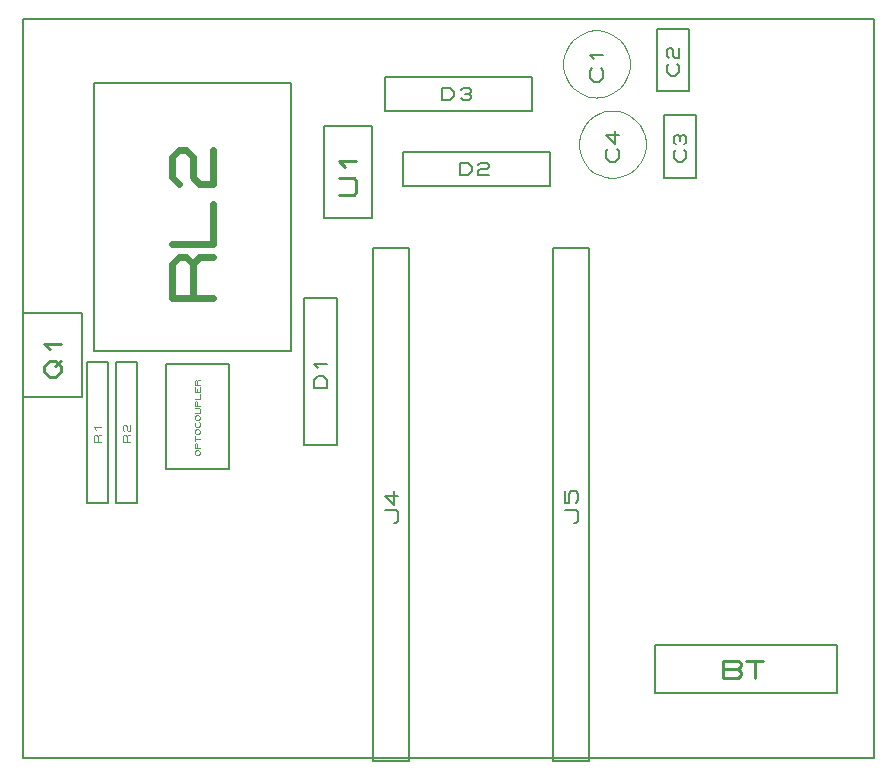
<source format=gbr>
G04 PROTEUS GERBER X2 FILE*
%TF.GenerationSoftware,Labcenter,Proteus,8.6-SP2-Build23525*%
%TF.CreationDate,2020-11-09T16:46:44+00:00*%
%TF.FileFunction,AssemblyDrawing,Top*%
%TF.FilePolarity,Positive*%
%TF.Part,Single*%
%FSLAX45Y45*%
%MOMM*%
G01*
%TA.AperFunction,Material*%
%ADD28C,0.152400*%
%ADD41C,0.192020*%
%ADD29C,0.203200*%
%ADD42C,0.240790*%
%TA.AperFunction,Profile*%
%ADD24C,0.203200*%
%TA.AperFunction,Material*%
%ADD43C,0.567580*%
%ADD44C,0.074080*%
%ADD45C,0.235370*%
%ADD46C,0.172210*%
%ADD47C,0.164590*%
%ADD48C,0.050800*%
%ADD49C,0.191010*%
%ADD50C,0.106680*%
%TD.AperFunction*%
D28*
X+2025400Y+2310700D02*
X+1720600Y+2310700D01*
X+1720600Y-2032700D01*
X+2025400Y-2032700D01*
X+2025400Y+2310700D01*
X+1720600Y+2310700D01*
X+1720600Y-2032700D01*
X+2025400Y-2032700D01*
X+2025400Y+2310700D01*
D41*
X+1892203Y-14619D02*
X+1911405Y-14619D01*
X+1930608Y+4583D01*
X+1930608Y+81392D01*
X+1911405Y+100595D01*
X+1815393Y+100595D01*
X+1892203Y+254214D02*
X+1892203Y+139000D01*
X+1815393Y+215809D01*
X+1930608Y+215809D01*
D28*
X+3244600Y-2032700D02*
X+3549400Y-2032700D01*
X+3549400Y+2310700D01*
X+3244600Y+2310700D01*
X+3244600Y-2032700D01*
X+3549400Y-2032700D01*
X+3549400Y+2310700D01*
X+3244600Y+2310700D01*
X+3244600Y-2032700D01*
D41*
X+3416203Y-14619D02*
X+3435405Y-14619D01*
X+3454608Y+4583D01*
X+3454608Y+81392D01*
X+3435405Y+100595D01*
X+3339393Y+100595D01*
X+3339393Y+254214D02*
X+3339393Y+158202D01*
X+3377798Y+158202D01*
X+3377798Y+235011D01*
X+3397000Y+254214D01*
X+3435405Y+254214D01*
X+3454608Y+235011D01*
X+3454608Y+177404D01*
X+3435405Y+158202D01*
D29*
X+4104840Y-1450660D02*
X+5649160Y-1450660D01*
X+5649160Y-1049340D01*
X+4104840Y-1049340D01*
X+4104840Y-1450660D01*
D42*
X+4684367Y-1322238D02*
X+4684367Y-1177763D01*
X+4804762Y-1177763D01*
X+4828841Y-1201842D01*
X+4828841Y-1225921D01*
X+4804762Y-1250000D01*
X+4828841Y-1274080D01*
X+4828841Y-1298159D01*
X+4804762Y-1322238D01*
X+4684367Y-1322238D01*
X+4684367Y-1250000D02*
X+4804762Y-1250000D01*
X+4877000Y-1177763D02*
X+5021474Y-1177763D01*
X+4949237Y-1177763D02*
X+4949237Y-1322238D01*
D24*
X-1250000Y-2000000D02*
X+5960000Y-2000000D01*
X+5960000Y+4250000D01*
X-1250000Y+4250000D01*
X-1250000Y-2000000D01*
D29*
X-641160Y+1439840D02*
X+1019160Y+1439840D01*
X+1019160Y+3710160D01*
X-641160Y+3710160D01*
X-641160Y+1439840D01*
D43*
X+359274Y+1893904D02*
X+18726Y+1893904D01*
X+18726Y+2177694D01*
X+75484Y+2234452D01*
X+132242Y+2234452D01*
X+189000Y+2177694D01*
X+189000Y+1893904D01*
X+189000Y+2177694D02*
X+245758Y+2234452D01*
X+359274Y+2234452D01*
X+18726Y+2347968D02*
X+359274Y+2347968D01*
X+359274Y+2688516D01*
X+75484Y+2858790D02*
X+18726Y+2915548D01*
X+18726Y+3085822D01*
X+75484Y+3142580D01*
X+132242Y+3142580D01*
X+189000Y+3085822D01*
X+189000Y+2915548D01*
X+245758Y+2858790D01*
X+359274Y+2858790D01*
X+359274Y+3142580D01*
D29*
X-34160Y+440500D02*
X+494160Y+440500D01*
X+494160Y+1329500D01*
X-34160Y+1329500D01*
X-34160Y+440500D01*
D44*
X+222592Y+559037D02*
X+207775Y+573853D01*
X+207775Y+588670D01*
X+222592Y+603486D01*
X+237408Y+603486D01*
X+252225Y+588670D01*
X+252225Y+573853D01*
X+237408Y+559037D01*
X+222592Y+559037D01*
X+252225Y+618303D02*
X+207775Y+618303D01*
X+207775Y+655344D01*
X+215183Y+662752D01*
X+222592Y+662752D01*
X+230000Y+655344D01*
X+230000Y+618303D01*
X+207775Y+677569D02*
X+207775Y+722018D01*
X+207775Y+699793D02*
X+252225Y+699793D01*
X+222592Y+736835D02*
X+207775Y+751651D01*
X+207775Y+766468D01*
X+222592Y+781284D01*
X+237408Y+781284D01*
X+252225Y+766468D01*
X+252225Y+751651D01*
X+237408Y+736835D01*
X+222592Y+736835D01*
X+244817Y+840550D02*
X+252225Y+833142D01*
X+252225Y+810917D01*
X+237408Y+796101D01*
X+222592Y+796101D01*
X+207775Y+810917D01*
X+207775Y+833142D01*
X+215183Y+840550D01*
X+222592Y+855367D02*
X+207775Y+870183D01*
X+207775Y+885000D01*
X+222592Y+899816D01*
X+237408Y+899816D01*
X+252225Y+885000D01*
X+252225Y+870183D01*
X+237408Y+855367D01*
X+222592Y+855367D01*
X+207775Y+914633D02*
X+244817Y+914633D01*
X+252225Y+922041D01*
X+252225Y+951674D01*
X+244817Y+959082D01*
X+207775Y+959082D01*
X+252225Y+973899D02*
X+207775Y+973899D01*
X+207775Y+1010940D01*
X+215183Y+1018348D01*
X+222592Y+1018348D01*
X+230000Y+1010940D01*
X+230000Y+973899D01*
X+207775Y+1033165D02*
X+252225Y+1033165D01*
X+252225Y+1077614D01*
X+252225Y+1136880D02*
X+252225Y+1092431D01*
X+207775Y+1092431D01*
X+207775Y+1136880D01*
X+230000Y+1092431D02*
X+230000Y+1122064D01*
X+252225Y+1151697D02*
X+207775Y+1151697D01*
X+207775Y+1188738D01*
X+215183Y+1196146D01*
X+222592Y+1196146D01*
X+230000Y+1188738D01*
X+230000Y+1151697D01*
X+230000Y+1188738D02*
X+237408Y+1196146D01*
X+252225Y+1196146D01*
D29*
X+1303840Y+2564840D02*
X+1705160Y+2564840D01*
X+1705160Y+3347160D01*
X+1303840Y+3347160D01*
X+1303840Y+2564840D01*
D42*
X+1432263Y+2763367D02*
X+1552659Y+2763367D01*
X+1576738Y+2787446D01*
X+1576738Y+2883762D01*
X+1552659Y+2907841D01*
X+1432263Y+2907841D01*
X+1480421Y+3004158D02*
X+1432263Y+3052316D01*
X+1576738Y+3052316D01*
D29*
X-1247260Y+1055940D02*
X-744340Y+1055940D01*
X-744340Y+1762060D01*
X-1247260Y+1762060D01*
X-1247260Y+1055940D01*
D45*
X-1019337Y+1220702D02*
X-1066412Y+1267776D01*
X-1066412Y+1314851D01*
X-1019337Y+1361925D01*
X-972263Y+1361925D01*
X-925188Y+1314851D01*
X-925188Y+1267776D01*
X-972263Y+1220702D01*
X-1019337Y+1220702D01*
X-972263Y+1314851D02*
X-925188Y+1361925D01*
X-1019337Y+1456074D02*
X-1066412Y+1503149D01*
X-925188Y+1503149D01*
D29*
X+1129220Y+643700D02*
X+1416240Y+643700D01*
X+1416240Y+1888300D01*
X+1129220Y+1888300D01*
X+1129220Y+643700D01*
D46*
X+1324394Y+1128231D02*
X+1221067Y+1128231D01*
X+1221067Y+1197115D01*
X+1255509Y+1231557D01*
X+1289952Y+1231557D01*
X+1324394Y+1197115D01*
X+1324394Y+1128231D01*
X+1255509Y+1300442D02*
X+1221067Y+1334884D01*
X+1324394Y+1334884D01*
D29*
X+1969700Y+2842760D02*
X+3214300Y+2842760D01*
X+3214300Y+3129780D01*
X+1969700Y+3129780D01*
X+1969700Y+2842760D01*
D46*
X+2454231Y+2934606D02*
X+2454231Y+3037933D01*
X+2523115Y+3037933D01*
X+2557557Y+3003491D01*
X+2557557Y+2969048D01*
X+2523115Y+2934606D01*
X+2454231Y+2934606D01*
X+2609221Y+3020712D02*
X+2626442Y+3037933D01*
X+2678105Y+3037933D01*
X+2695326Y+3020712D01*
X+2695326Y+3003491D01*
X+2678105Y+2986270D01*
X+2626442Y+2986270D01*
X+2609221Y+2969048D01*
X+2609221Y+2934606D01*
X+2695326Y+2934606D01*
D29*
X+1818700Y+3478220D02*
X+3063300Y+3478220D01*
X+3063300Y+3765240D01*
X+1818700Y+3765240D01*
X+1818700Y+3478220D01*
D46*
X+2303231Y+3570066D02*
X+2303231Y+3673393D01*
X+2372115Y+3673393D01*
X+2406557Y+3638951D01*
X+2406557Y+3604508D01*
X+2372115Y+3570066D01*
X+2303231Y+3570066D01*
X+2458221Y+3656172D02*
X+2475442Y+3673393D01*
X+2527105Y+3673393D01*
X+2544326Y+3656172D01*
X+2544326Y+3638951D01*
X+2527105Y+3621730D01*
X+2544326Y+3604508D01*
X+2544326Y+3587287D01*
X+2527105Y+3570066D01*
X+2475442Y+3570066D01*
X+2458221Y+3587287D01*
X+2492663Y+3621730D02*
X+2527105Y+3621730D01*
D29*
X+4120840Y+3641840D02*
X+4395160Y+3641840D01*
X+4395160Y+4170160D01*
X+4120840Y+4170160D01*
X+4120840Y+3641840D01*
D47*
X+4290919Y+3873081D02*
X+4307378Y+3856622D01*
X+4307378Y+3807245D01*
X+4274460Y+3774327D01*
X+4241541Y+3774327D01*
X+4208623Y+3807245D01*
X+4208623Y+3856622D01*
X+4225082Y+3873081D01*
X+4225082Y+3922459D02*
X+4208623Y+3938918D01*
X+4208623Y+3988295D01*
X+4225082Y+4004754D01*
X+4241541Y+4004754D01*
X+4258000Y+3988295D01*
X+4258000Y+3938918D01*
X+4274460Y+3922459D01*
X+4307378Y+3922459D01*
X+4307378Y+4004754D01*
D48*
X+3891980Y+3872920D02*
X+3891062Y+3895734D01*
X+3883609Y+3941363D01*
X+3868062Y+3986992D01*
X+3842820Y+4032621D01*
X+3804278Y+4078151D01*
X+3758649Y+4113647D01*
X+3713020Y+4136767D01*
X+3667391Y+4150620D01*
X+3621762Y+4156566D01*
X+3608000Y+4156900D01*
X+3324020Y+3872920D02*
X+3324938Y+3895734D01*
X+3332391Y+3941363D01*
X+3347938Y+3986992D01*
X+3373180Y+4032621D01*
X+3411722Y+4078151D01*
X+3457351Y+4113647D01*
X+3502980Y+4136767D01*
X+3548609Y+4150620D01*
X+3594238Y+4156566D01*
X+3608000Y+4156900D01*
X+3324020Y+3872920D02*
X+3324938Y+3850106D01*
X+3332391Y+3804477D01*
X+3347938Y+3758848D01*
X+3373180Y+3713219D01*
X+3411722Y+3667689D01*
X+3457351Y+3632193D01*
X+3502980Y+3609073D01*
X+3548609Y+3595220D01*
X+3594238Y+3589274D01*
X+3608000Y+3588940D01*
X+3891980Y+3872920D02*
X+3891062Y+3850106D01*
X+3883609Y+3804477D01*
X+3868062Y+3758848D01*
X+3842820Y+3713219D01*
X+3804278Y+3667689D01*
X+3758649Y+3632193D01*
X+3713020Y+3609073D01*
X+3667391Y+3595220D01*
X+3621762Y+3589274D01*
X+3608000Y+3588940D01*
D49*
X+3646203Y+3834717D02*
X+3665304Y+3815616D01*
X+3665304Y+3758312D01*
X+3627101Y+3720110D01*
X+3588899Y+3720110D01*
X+3550696Y+3758312D01*
X+3550696Y+3815616D01*
X+3569797Y+3834717D01*
X+3588899Y+3911122D02*
X+3550696Y+3949325D01*
X+3665304Y+3949325D01*
D48*
X+4026980Y+3193080D02*
X+4026062Y+3215894D01*
X+4018609Y+3261523D01*
X+4003062Y+3307152D01*
X+3977820Y+3352781D01*
X+3939278Y+3398311D01*
X+3893649Y+3433807D01*
X+3848020Y+3456927D01*
X+3802391Y+3470780D01*
X+3756762Y+3476726D01*
X+3743000Y+3477060D01*
X+3459020Y+3193080D02*
X+3459938Y+3215894D01*
X+3467391Y+3261523D01*
X+3482938Y+3307152D01*
X+3508180Y+3352781D01*
X+3546722Y+3398311D01*
X+3592351Y+3433807D01*
X+3637980Y+3456927D01*
X+3683609Y+3470780D01*
X+3729238Y+3476726D01*
X+3743000Y+3477060D01*
X+3459020Y+3193080D02*
X+3459938Y+3170266D01*
X+3467391Y+3124637D01*
X+3482938Y+3079008D01*
X+3508180Y+3033379D01*
X+3546722Y+2987849D01*
X+3592351Y+2952353D01*
X+3637980Y+2929233D01*
X+3683609Y+2915380D01*
X+3729238Y+2909434D01*
X+3743000Y+2909100D01*
X+4026980Y+3193080D02*
X+4026062Y+3170266D01*
X+4018609Y+3124637D01*
X+4003062Y+3079008D01*
X+3977820Y+3033379D01*
X+3939278Y+2987849D01*
X+3893649Y+2952353D01*
X+3848020Y+2929233D01*
X+3802391Y+2915380D01*
X+3756762Y+2909434D01*
X+3743000Y+2909100D01*
D49*
X+3781203Y+3154877D02*
X+3800304Y+3135776D01*
X+3800304Y+3078472D01*
X+3762101Y+3040270D01*
X+3723899Y+3040270D01*
X+3685696Y+3078472D01*
X+3685696Y+3135776D01*
X+3704797Y+3154877D01*
X+3762101Y+3307687D02*
X+3762101Y+3193080D01*
X+3685696Y+3269485D01*
X+3800304Y+3269485D01*
D29*
X+4180840Y+2910840D02*
X+4455160Y+2910840D01*
X+4455160Y+3439160D01*
X+4180840Y+3439160D01*
X+4180840Y+2910840D01*
D47*
X+4350919Y+3142081D02*
X+4367378Y+3125622D01*
X+4367378Y+3076245D01*
X+4334460Y+3043327D01*
X+4301541Y+3043327D01*
X+4268623Y+3076245D01*
X+4268623Y+3125622D01*
X+4285082Y+3142081D01*
X+4285082Y+3191459D02*
X+4268623Y+3207918D01*
X+4268623Y+3257295D01*
X+4285082Y+3273754D01*
X+4301541Y+3273754D01*
X+4318000Y+3257295D01*
X+4334460Y+3273754D01*
X+4350919Y+3273754D01*
X+4367378Y+3257295D01*
X+4367378Y+3207918D01*
X+4350919Y+3191459D01*
X+4318000Y+3224377D02*
X+4318000Y+3257295D01*
D29*
X-457900Y+157100D02*
X-280100Y+157100D01*
X-280100Y+1350900D01*
X-457900Y+1350900D01*
X-457900Y+157100D01*
D50*
X-336996Y+668656D02*
X-401004Y+668656D01*
X-401004Y+721996D01*
X-390336Y+732664D01*
X-379668Y+732664D01*
X-369000Y+721996D01*
X-369000Y+668656D01*
X-369000Y+721996D02*
X-358332Y+732664D01*
X-336996Y+732664D01*
X-390336Y+764668D02*
X-401004Y+775336D01*
X-401004Y+807340D01*
X-390336Y+818008D01*
X-379668Y+818008D01*
X-369000Y+807340D01*
X-369000Y+775336D01*
X-358332Y+764668D01*
X-336996Y+764668D01*
X-336996Y+818008D01*
D29*
X-703900Y+157100D02*
X-526100Y+157100D01*
X-526100Y+1350900D01*
X-703900Y+1350900D01*
X-703900Y+157100D01*
D50*
X-582996Y+668656D02*
X-647004Y+668656D01*
X-647004Y+721996D01*
X-636336Y+732664D01*
X-625668Y+732664D01*
X-615000Y+721996D01*
X-615000Y+668656D01*
X-615000Y+721996D02*
X-604332Y+732664D01*
X-582996Y+732664D01*
X-625668Y+775336D02*
X-647004Y+796672D01*
X-582996Y+796672D01*
M02*

</source>
